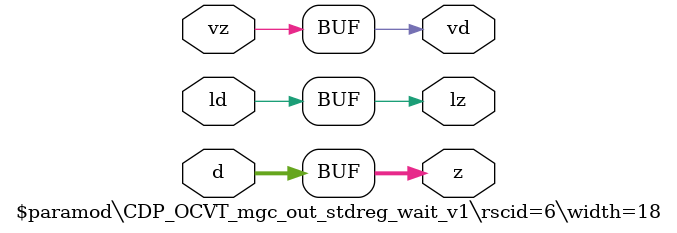
<source format=v>
module \$paramod\CDP_OCVT_mgc_out_stdreg_wait_v1\rscid=6\width=18 (ld, vd, d, lz, vz, z);
  (* src = "./vmod/vlibs/HLS_cdp_ocvt.v:47" *)
  input [17:0] d;
  (* src = "./vmod/vlibs/HLS_cdp_ocvt.v:45" *)
  input ld;
  (* src = "./vmod/vlibs/HLS_cdp_ocvt.v:48" *)
  output lz;
  (* src = "./vmod/vlibs/HLS_cdp_ocvt.v:46" *)
  output vd;
  (* src = "./vmod/vlibs/HLS_cdp_ocvt.v:49" *)
  input vz;
  (* src = "./vmod/vlibs/HLS_cdp_ocvt.v:50" *)
  output [17:0] z;
  assign lz = ld;
  assign vd = vz;
  assign z = d;
endmodule

</source>
